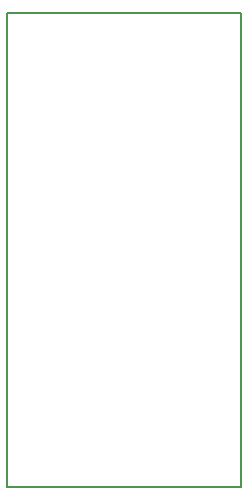
<source format=gbr>
G04 #@! TF.GenerationSoftware,KiCad,Pcbnew,6.0.0-rc1-unknown-f68581d~66~ubuntu16.04.1*
G04 #@! TF.CreationDate,2018-09-30T17:07:12+02:00*
G04 #@! TF.ProjectId,SIPM01A,5349504D3031412E6B696361645F7063,rev?*
G04 #@! TF.SameCoordinates,Original*
G04 #@! TF.FileFunction,Profile,NP*
%FSLAX46Y46*%
G04 Gerber Fmt 4.6, Leading zero omitted, Abs format (unit mm)*
G04 Created by KiCad (PCBNEW 6.0.0-rc1-unknown-f68581d~66~ubuntu16.04.1) date Sun Sep 30 17:07:12 2018*
%MOMM*%
%LPD*%
G01*
G04 APERTURE LIST*
%ADD10C,0.200000*%
G04 APERTURE END LIST*
D10*
X254000Y254000D02*
X254000Y40386000D01*
X254000Y40386000D02*
X20066000Y40386000D01*
X20066000Y254000D02*
X20066000Y40386000D01*
X254000Y254000D02*
X20066000Y254000D01*
M02*

</source>
